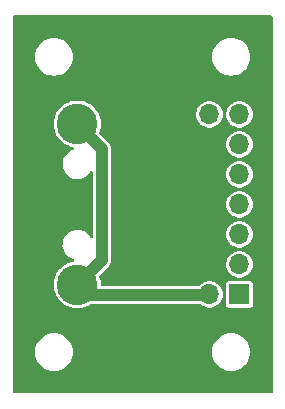
<source format=gbl>
G04 #@! TF.GenerationSoftware,KiCad,Pcbnew,7.0.0-da2b9df05c~163~ubuntu22.04.1*
G04 #@! TF.CreationDate,2023-03-12T19:03:42+00:00*
G04 #@! TF.ProjectId,simpleadapter14f,73696d70-6c65-4616-9461-707465723134,rev?*
G04 #@! TF.SameCoordinates,Original*
G04 #@! TF.FileFunction,Copper,L2,Bot*
G04 #@! TF.FilePolarity,Positive*
%FSLAX46Y46*%
G04 Gerber Fmt 4.6, Leading zero omitted, Abs format (unit mm)*
G04 Created by KiCad (PCBNEW 7.0.0-da2b9df05c~163~ubuntu22.04.1) date 2023-03-12 19:03:42*
%MOMM*%
%LPD*%
G01*
G04 APERTURE LIST*
G04 #@! TA.AperFunction,ComponentPad*
%ADD10C,3.438000*%
G04 #@! TD*
G04 #@! TA.AperFunction,ComponentPad*
%ADD11R,1.700000X1.700000*%
G04 #@! TD*
G04 #@! TA.AperFunction,ComponentPad*
%ADD12O,1.700000X1.700000*%
G04 #@! TD*
G04 #@! TA.AperFunction,ViaPad*
%ADD13C,0.800000*%
G04 #@! TD*
G04 #@! TA.AperFunction,Conductor*
%ADD14C,1.000000*%
G04 #@! TD*
G04 APERTURE END LIST*
D10*
X151970000Y-87800000D03*
X151970000Y-101400000D03*
D11*
X165699999Y-102219999D03*
D12*
X163159999Y-102219999D03*
X165699999Y-99679999D03*
X163159999Y-99679999D03*
X165699999Y-97139999D03*
X163159999Y-97139999D03*
X165699999Y-94599999D03*
X163159999Y-94599999D03*
X165699999Y-92059999D03*
X163159999Y-92059999D03*
X165699999Y-89519999D03*
X163159999Y-89519999D03*
X165699999Y-86979999D03*
X163159999Y-86979999D03*
D13*
X160770000Y-87570000D03*
X160540000Y-98380000D03*
X160510000Y-99680000D03*
X159700000Y-88640000D03*
D14*
X151970000Y-101400000D02*
X152840000Y-102270000D01*
X154060000Y-99310000D02*
X151970000Y-101400000D01*
X151970000Y-87800000D02*
X154060000Y-89890000D01*
X163110000Y-102270000D02*
X163160000Y-102220000D01*
X152840000Y-102270000D02*
X163110000Y-102270000D01*
X154060000Y-89890000D02*
X154060000Y-99310000D01*
G04 #@! TA.AperFunction,Conductor*
G36*
X168437500Y-78617113D02*
G01*
X168482887Y-78662500D01*
X168499500Y-78724500D01*
X168499500Y-110475500D01*
X168482887Y-110537500D01*
X168437500Y-110582887D01*
X168375500Y-110599500D01*
X146624500Y-110599500D01*
X146562500Y-110582887D01*
X146517113Y-110537500D01*
X146500500Y-110475500D01*
X146500500Y-107100000D01*
X148394551Y-107100000D01*
X148414317Y-107351148D01*
X148415452Y-107355877D01*
X148415453Y-107355881D01*
X148471989Y-107591374D01*
X148471991Y-107591382D01*
X148473127Y-107596111D01*
X148569534Y-107828859D01*
X148572081Y-107833016D01*
X148572082Y-107833017D01*
X148698617Y-108039504D01*
X148698622Y-108039511D01*
X148701164Y-108043659D01*
X148704324Y-108047358D01*
X148704327Y-108047363D01*
X148861615Y-108231523D01*
X148864776Y-108235224D01*
X149056341Y-108398836D01*
X149060491Y-108401379D01*
X149060495Y-108401382D01*
X149172300Y-108469896D01*
X149271141Y-108530466D01*
X149503889Y-108626873D01*
X149748852Y-108685683D01*
X149937118Y-108700500D01*
X150060437Y-108700500D01*
X150062882Y-108700500D01*
X150251148Y-108685683D01*
X150496111Y-108626873D01*
X150728859Y-108530466D01*
X150943659Y-108398836D01*
X151135224Y-108235224D01*
X151298836Y-108043659D01*
X151430466Y-107828859D01*
X151526873Y-107596111D01*
X151585683Y-107351148D01*
X151605449Y-107100000D01*
X163394551Y-107100000D01*
X163414317Y-107351148D01*
X163415452Y-107355877D01*
X163415453Y-107355881D01*
X163471989Y-107591374D01*
X163471991Y-107591382D01*
X163473127Y-107596111D01*
X163569534Y-107828859D01*
X163572081Y-107833016D01*
X163572082Y-107833017D01*
X163698617Y-108039504D01*
X163698622Y-108039511D01*
X163701164Y-108043659D01*
X163704324Y-108047358D01*
X163704327Y-108047363D01*
X163861615Y-108231523D01*
X163864776Y-108235224D01*
X164056341Y-108398836D01*
X164060491Y-108401379D01*
X164060495Y-108401382D01*
X164172300Y-108469896D01*
X164271141Y-108530466D01*
X164503889Y-108626873D01*
X164748852Y-108685683D01*
X164937118Y-108700500D01*
X165060437Y-108700500D01*
X165062882Y-108700500D01*
X165251148Y-108685683D01*
X165496111Y-108626873D01*
X165728859Y-108530466D01*
X165943659Y-108398836D01*
X166135224Y-108235224D01*
X166298836Y-108043659D01*
X166430466Y-107828859D01*
X166526873Y-107596111D01*
X166585683Y-107351148D01*
X166605449Y-107100000D01*
X166585683Y-106848852D01*
X166526873Y-106603889D01*
X166430466Y-106371141D01*
X166298836Y-106156341D01*
X166135224Y-105964776D01*
X166131523Y-105961615D01*
X165947363Y-105804327D01*
X165947358Y-105804324D01*
X165943659Y-105801164D01*
X165939511Y-105798622D01*
X165939504Y-105798617D01*
X165733017Y-105672082D01*
X165733016Y-105672081D01*
X165728859Y-105669534D01*
X165496111Y-105573127D01*
X165491382Y-105571991D01*
X165491374Y-105571989D01*
X165255881Y-105515453D01*
X165255877Y-105515452D01*
X165251148Y-105514317D01*
X165246295Y-105513935D01*
X165065316Y-105499691D01*
X165065301Y-105499690D01*
X165062882Y-105499500D01*
X164937118Y-105499500D01*
X164934699Y-105499690D01*
X164934683Y-105499691D01*
X164753704Y-105513935D01*
X164753702Y-105513935D01*
X164748852Y-105514317D01*
X164744124Y-105515451D01*
X164744118Y-105515453D01*
X164508625Y-105571989D01*
X164508613Y-105571992D01*
X164503889Y-105573127D01*
X164499392Y-105574989D01*
X164499388Y-105574991D01*
X164275645Y-105667668D01*
X164275640Y-105667670D01*
X164271141Y-105669534D01*
X164266988Y-105672078D01*
X164266982Y-105672082D01*
X164060495Y-105798617D01*
X164060482Y-105798626D01*
X164056341Y-105801164D01*
X164052646Y-105804319D01*
X164052636Y-105804327D01*
X163868476Y-105961615D01*
X163868469Y-105961621D01*
X163864776Y-105964776D01*
X163861621Y-105968469D01*
X163861615Y-105968476D01*
X163704327Y-106152636D01*
X163704319Y-106152646D01*
X163701164Y-106156341D01*
X163698626Y-106160482D01*
X163698617Y-106160495D01*
X163572082Y-106366982D01*
X163572078Y-106366988D01*
X163569534Y-106371141D01*
X163473127Y-106603889D01*
X163471992Y-106608613D01*
X163471989Y-106608625D01*
X163415453Y-106844118D01*
X163415451Y-106844124D01*
X163414317Y-106848852D01*
X163394551Y-107100000D01*
X151605449Y-107100000D01*
X151585683Y-106848852D01*
X151526873Y-106603889D01*
X151430466Y-106371141D01*
X151298836Y-106156341D01*
X151135224Y-105964776D01*
X151131523Y-105961615D01*
X150947363Y-105804327D01*
X150947358Y-105804324D01*
X150943659Y-105801164D01*
X150939511Y-105798622D01*
X150939504Y-105798617D01*
X150733017Y-105672082D01*
X150733016Y-105672081D01*
X150728859Y-105669534D01*
X150496111Y-105573127D01*
X150491382Y-105571991D01*
X150491374Y-105571989D01*
X150255881Y-105515453D01*
X150255877Y-105515452D01*
X150251148Y-105514317D01*
X150246295Y-105513935D01*
X150065316Y-105499691D01*
X150065301Y-105499690D01*
X150062882Y-105499500D01*
X149937118Y-105499500D01*
X149934699Y-105499690D01*
X149934683Y-105499691D01*
X149753704Y-105513935D01*
X149753702Y-105513935D01*
X149748852Y-105514317D01*
X149744124Y-105515451D01*
X149744118Y-105515453D01*
X149508625Y-105571989D01*
X149508613Y-105571992D01*
X149503889Y-105573127D01*
X149499392Y-105574989D01*
X149499388Y-105574991D01*
X149275645Y-105667668D01*
X149275640Y-105667670D01*
X149271141Y-105669534D01*
X149266988Y-105672078D01*
X149266982Y-105672082D01*
X149060495Y-105798617D01*
X149060482Y-105798626D01*
X149056341Y-105801164D01*
X149052646Y-105804319D01*
X149052636Y-105804327D01*
X148868476Y-105961615D01*
X148868469Y-105961621D01*
X148864776Y-105964776D01*
X148861621Y-105968469D01*
X148861615Y-105968476D01*
X148704327Y-106152636D01*
X148704319Y-106152646D01*
X148701164Y-106156341D01*
X148698626Y-106160482D01*
X148698617Y-106160495D01*
X148572082Y-106366982D01*
X148572078Y-106366988D01*
X148569534Y-106371141D01*
X148473127Y-106603889D01*
X148471992Y-106608613D01*
X148471989Y-106608625D01*
X148415453Y-106844118D01*
X148415451Y-106844124D01*
X148414317Y-106848852D01*
X148394551Y-107100000D01*
X146500500Y-107100000D01*
X146500500Y-101400000D01*
X149975418Y-101400000D01*
X149975734Y-101404418D01*
X149995403Y-101679436D01*
X149995404Y-101679445D01*
X149995720Y-101683859D01*
X149996660Y-101688183D01*
X149996662Y-101688192D01*
X150025120Y-101819009D01*
X150056213Y-101961939D01*
X150057762Y-101966092D01*
X150154116Y-102224430D01*
X150154118Y-102224436D01*
X150155664Y-102228579D01*
X150157786Y-102232465D01*
X150289924Y-102474458D01*
X150289928Y-102474465D01*
X150292051Y-102478352D01*
X150294708Y-102481901D01*
X150459943Y-102702630D01*
X150459948Y-102702636D01*
X150462596Y-102706173D01*
X150663827Y-102907404D01*
X150667364Y-102910052D01*
X150667369Y-102910056D01*
X150752163Y-102973532D01*
X150891648Y-103077949D01*
X151141421Y-103214336D01*
X151408061Y-103313787D01*
X151686141Y-103374280D01*
X151970000Y-103394582D01*
X152253859Y-103374280D01*
X152531939Y-103313787D01*
X152798579Y-103214336D01*
X153048352Y-103077949D01*
X153065339Y-103065232D01*
X153100491Y-103046845D01*
X153139649Y-103040500D01*
X162348794Y-103040500D01*
X162393588Y-103048873D01*
X162432332Y-103072863D01*
X162451727Y-103090544D01*
X162481855Y-103118009D01*
X162658411Y-103227327D01*
X162852047Y-103302342D01*
X163056170Y-103340500D01*
X163258101Y-103340500D01*
X163263830Y-103340500D01*
X163467953Y-103302342D01*
X163661589Y-103227327D01*
X163838145Y-103118009D01*
X163861586Y-103096640D01*
X164579500Y-103096640D01*
X164580688Y-103102615D01*
X164580689Y-103102620D01*
X164584350Y-103121025D01*
X164595195Y-103175544D01*
X164654981Y-103265019D01*
X164744456Y-103324805D01*
X164823360Y-103340500D01*
X166570544Y-103340500D01*
X166576640Y-103340500D01*
X166655544Y-103324805D01*
X166745019Y-103265019D01*
X166804805Y-103175544D01*
X166820500Y-103096640D01*
X166820500Y-101343360D01*
X166804805Y-101264456D01*
X166745019Y-101174981D01*
X166692261Y-101139729D01*
X166665697Y-101121979D01*
X166665696Y-101121978D01*
X166655544Y-101115195D01*
X166643566Y-101112812D01*
X166643565Y-101112812D01*
X166582620Y-101100689D01*
X166582615Y-101100688D01*
X166576640Y-101099500D01*
X164823360Y-101099500D01*
X164817385Y-101100688D01*
X164817379Y-101100689D01*
X164756434Y-101112812D01*
X164756432Y-101112812D01*
X164744456Y-101115195D01*
X164734305Y-101121977D01*
X164734302Y-101121979D01*
X164665134Y-101168196D01*
X164665131Y-101168198D01*
X164654981Y-101174981D01*
X164648198Y-101185131D01*
X164648196Y-101185134D01*
X164601979Y-101254302D01*
X164601977Y-101254305D01*
X164595195Y-101264456D01*
X164592812Y-101276432D01*
X164592812Y-101276434D01*
X164580689Y-101337379D01*
X164580688Y-101337385D01*
X164579500Y-101343360D01*
X164579500Y-103096640D01*
X163861586Y-103096640D01*
X163991607Y-102978110D01*
X164116749Y-102812394D01*
X164209311Y-102626505D01*
X164266140Y-102426773D01*
X164285300Y-102220000D01*
X164266140Y-102013227D01*
X164209311Y-101813495D01*
X164116749Y-101627606D01*
X164113296Y-101623034D01*
X164113294Y-101623030D01*
X164039322Y-101525075D01*
X163991607Y-101461890D01*
X163987371Y-101458029D01*
X163987369Y-101458026D01*
X163842379Y-101325851D01*
X163842380Y-101325851D01*
X163838145Y-101321991D01*
X163833276Y-101318976D01*
X163833273Y-101318974D01*
X163666463Y-101215691D01*
X163666464Y-101215691D01*
X163661589Y-101212673D01*
X163546781Y-101168196D01*
X163473300Y-101139729D01*
X163473295Y-101139727D01*
X163467953Y-101137658D01*
X163384080Y-101121979D01*
X163269459Y-101100552D01*
X163269456Y-101100551D01*
X163263830Y-101099500D01*
X163056170Y-101099500D01*
X163050544Y-101100551D01*
X163050540Y-101100552D01*
X162857684Y-101136604D01*
X162857681Y-101136604D01*
X162852047Y-101137658D01*
X162846707Y-101139726D01*
X162846699Y-101139729D01*
X162663753Y-101210603D01*
X162663748Y-101210605D01*
X162658411Y-101212673D01*
X162653539Y-101215689D01*
X162653536Y-101215691D01*
X162486726Y-101318974D01*
X162486718Y-101318979D01*
X162481855Y-101321991D01*
X162477624Y-101325847D01*
X162477620Y-101325851D01*
X162332632Y-101458025D01*
X162332628Y-101458028D01*
X162330829Y-101459669D01*
X162330821Y-101459675D01*
X162328393Y-101461890D01*
X162328136Y-101461608D01*
X162290160Y-101488934D01*
X162240072Y-101499500D01*
X154087146Y-101499500D01*
X154027719Y-101484332D01*
X153982830Y-101442539D01*
X153963462Y-101384346D01*
X153959278Y-101325851D01*
X153944280Y-101116141D01*
X153883787Y-100838061D01*
X153840406Y-100721753D01*
X153832624Y-100675471D01*
X153842601Y-100629609D01*
X153868905Y-100590744D01*
X154635420Y-99824232D01*
X154635423Y-99824227D01*
X154666213Y-99793438D01*
X154685672Y-99762467D01*
X154693715Y-99751131D01*
X154716529Y-99722525D01*
X154732409Y-99689545D01*
X154737685Y-99680000D01*
X164574700Y-99680000D01*
X164593860Y-99886773D01*
X164595429Y-99892287D01*
X164649119Y-100080990D01*
X164649122Y-100080998D01*
X164650689Y-100086505D01*
X164653241Y-100091630D01*
X164653243Y-100091635D01*
X164740696Y-100267264D01*
X164740698Y-100267268D01*
X164743251Y-100272394D01*
X164746701Y-100276962D01*
X164746705Y-100276969D01*
X164783385Y-100325541D01*
X164868393Y-100438110D01*
X164872627Y-100441970D01*
X164872630Y-100441973D01*
X164962054Y-100523493D01*
X165021855Y-100578009D01*
X165198411Y-100687327D01*
X165392047Y-100762342D01*
X165596170Y-100800500D01*
X165798101Y-100800500D01*
X165803830Y-100800500D01*
X166007953Y-100762342D01*
X166201589Y-100687327D01*
X166378145Y-100578009D01*
X166531607Y-100438110D01*
X166656749Y-100272394D01*
X166749311Y-100086505D01*
X166806140Y-99886773D01*
X166825300Y-99680000D01*
X166806140Y-99473227D01*
X166749311Y-99273495D01*
X166656749Y-99087606D01*
X166653296Y-99083034D01*
X166653294Y-99083030D01*
X166535063Y-98926467D01*
X166531607Y-98921890D01*
X166527371Y-98918029D01*
X166527369Y-98918026D01*
X166382379Y-98785851D01*
X166382380Y-98785851D01*
X166378145Y-98781991D01*
X166373276Y-98778976D01*
X166373273Y-98778974D01*
X166255537Y-98706076D01*
X166201589Y-98672673D01*
X166196246Y-98670603D01*
X166013300Y-98599729D01*
X166013295Y-98599727D01*
X166007953Y-98597658D01*
X165903030Y-98578044D01*
X165809459Y-98560552D01*
X165809456Y-98560551D01*
X165803830Y-98559500D01*
X165596170Y-98559500D01*
X165590544Y-98560551D01*
X165590540Y-98560552D01*
X165397684Y-98596604D01*
X165397681Y-98596604D01*
X165392047Y-98597658D01*
X165386707Y-98599726D01*
X165386699Y-98599729D01*
X165203753Y-98670603D01*
X165203748Y-98670605D01*
X165198411Y-98672673D01*
X165193539Y-98675689D01*
X165193536Y-98675691D01*
X165026726Y-98778974D01*
X165026718Y-98778979D01*
X165021855Y-98781991D01*
X165017624Y-98785847D01*
X165017620Y-98785851D01*
X164872630Y-98918026D01*
X164872622Y-98918034D01*
X164868393Y-98921890D01*
X164864939Y-98926462D01*
X164864936Y-98926467D01*
X164746705Y-99083030D01*
X164746697Y-99083041D01*
X164743251Y-99087606D01*
X164740701Y-99092726D01*
X164740696Y-99092735D01*
X164653243Y-99268364D01*
X164653239Y-99268372D01*
X164650689Y-99273495D01*
X164649123Y-99278998D01*
X164649119Y-99279009D01*
X164602898Y-99441462D01*
X164593860Y-99473227D01*
X164593331Y-99478932D01*
X164593331Y-99478934D01*
X164588175Y-99534575D01*
X164574700Y-99680000D01*
X154737685Y-99680000D01*
X154739118Y-99677408D01*
X154758589Y-99646423D01*
X154770668Y-99611900D01*
X154775991Y-99599049D01*
X154782437Y-99585664D01*
X154791864Y-99566090D01*
X154800007Y-99530411D01*
X154803848Y-99517077D01*
X154815935Y-99482537D01*
X154820030Y-99446178D01*
X154822361Y-99432468D01*
X154828535Y-99405418D01*
X154830499Y-99396815D01*
X154830499Y-99353276D01*
X154830500Y-99353267D01*
X154830500Y-97140000D01*
X164574700Y-97140000D01*
X164593860Y-97346773D01*
X164595429Y-97352287D01*
X164649119Y-97540990D01*
X164649122Y-97540998D01*
X164650689Y-97546505D01*
X164653241Y-97551630D01*
X164653243Y-97551635D01*
X164740696Y-97727264D01*
X164740698Y-97727268D01*
X164743251Y-97732394D01*
X164746701Y-97736962D01*
X164746705Y-97736969D01*
X164813960Y-97826029D01*
X164868393Y-97898110D01*
X164872627Y-97901970D01*
X164872630Y-97901973D01*
X164918370Y-97943670D01*
X165021855Y-98038009D01*
X165198411Y-98147327D01*
X165392047Y-98222342D01*
X165596170Y-98260500D01*
X165798101Y-98260500D01*
X165803830Y-98260500D01*
X166007953Y-98222342D01*
X166201589Y-98147327D01*
X166378145Y-98038009D01*
X166531607Y-97898110D01*
X166656749Y-97732394D01*
X166749311Y-97546505D01*
X166806140Y-97346773D01*
X166825300Y-97140000D01*
X166806140Y-96933227D01*
X166749311Y-96733495D01*
X166656749Y-96547606D01*
X166653296Y-96543034D01*
X166653294Y-96543030D01*
X166535063Y-96386467D01*
X166531607Y-96381890D01*
X166527371Y-96378029D01*
X166527369Y-96378026D01*
X166382379Y-96245851D01*
X166382380Y-96245851D01*
X166378145Y-96241991D01*
X166373276Y-96238976D01*
X166373273Y-96238974D01*
X166206463Y-96135691D01*
X166206464Y-96135691D01*
X166201589Y-96132673D01*
X166196246Y-96130603D01*
X166013300Y-96059729D01*
X166013295Y-96059727D01*
X166007953Y-96057658D01*
X166002315Y-96056604D01*
X165809459Y-96020552D01*
X165809456Y-96020551D01*
X165803830Y-96019500D01*
X165596170Y-96019500D01*
X165590544Y-96020551D01*
X165590540Y-96020552D01*
X165397684Y-96056604D01*
X165397681Y-96056604D01*
X165392047Y-96057658D01*
X165386707Y-96059726D01*
X165386699Y-96059729D01*
X165203753Y-96130603D01*
X165203748Y-96130605D01*
X165198411Y-96132673D01*
X165193539Y-96135689D01*
X165193536Y-96135691D01*
X165026726Y-96238974D01*
X165026718Y-96238979D01*
X165021855Y-96241991D01*
X165017624Y-96245847D01*
X165017620Y-96245851D01*
X164872630Y-96378026D01*
X164872622Y-96378034D01*
X164868393Y-96381890D01*
X164864939Y-96386462D01*
X164864936Y-96386467D01*
X164746705Y-96543030D01*
X164746697Y-96543041D01*
X164743251Y-96547606D01*
X164740701Y-96552726D01*
X164740696Y-96552735D01*
X164653243Y-96728364D01*
X164653239Y-96728372D01*
X164650689Y-96733495D01*
X164649123Y-96738998D01*
X164649119Y-96739009D01*
X164597694Y-96919752D01*
X164593860Y-96933227D01*
X164574700Y-97140000D01*
X154830500Y-97140000D01*
X154830500Y-94600000D01*
X164574700Y-94600000D01*
X164593860Y-94806773D01*
X164595429Y-94812287D01*
X164649119Y-95000990D01*
X164649122Y-95000998D01*
X164650689Y-95006505D01*
X164653241Y-95011630D01*
X164653243Y-95011635D01*
X164740696Y-95187264D01*
X164740698Y-95187268D01*
X164743251Y-95192394D01*
X164746701Y-95196962D01*
X164746705Y-95196969D01*
X164850389Y-95334269D01*
X164868393Y-95358110D01*
X164872627Y-95361970D01*
X164872630Y-95361973D01*
X164962054Y-95443493D01*
X165021855Y-95498009D01*
X165198411Y-95607327D01*
X165392047Y-95682342D01*
X165596170Y-95720500D01*
X165798101Y-95720500D01*
X165803830Y-95720500D01*
X166007953Y-95682342D01*
X166201589Y-95607327D01*
X166378145Y-95498009D01*
X166531607Y-95358110D01*
X166656749Y-95192394D01*
X166749311Y-95006505D01*
X166806140Y-94806773D01*
X166825300Y-94600000D01*
X166806140Y-94393227D01*
X166749311Y-94193495D01*
X166656749Y-94007606D01*
X166653296Y-94003034D01*
X166653294Y-94003030D01*
X166535063Y-93846467D01*
X166531607Y-93841890D01*
X166527371Y-93838029D01*
X166527369Y-93838026D01*
X166382379Y-93705851D01*
X166382380Y-93705851D01*
X166378145Y-93701991D01*
X166373276Y-93698976D01*
X166373273Y-93698974D01*
X166206463Y-93595691D01*
X166206464Y-93595691D01*
X166201589Y-93592673D01*
X166196246Y-93590603D01*
X166013300Y-93519729D01*
X166013295Y-93519727D01*
X166007953Y-93517658D01*
X166002315Y-93516604D01*
X165809459Y-93480552D01*
X165809456Y-93480551D01*
X165803830Y-93479500D01*
X165596170Y-93479500D01*
X165590544Y-93480551D01*
X165590540Y-93480552D01*
X165397684Y-93516604D01*
X165397681Y-93516604D01*
X165392047Y-93517658D01*
X165386707Y-93519726D01*
X165386699Y-93519729D01*
X165203753Y-93590603D01*
X165203748Y-93590605D01*
X165198411Y-93592673D01*
X165193539Y-93595689D01*
X165193536Y-93595691D01*
X165026726Y-93698974D01*
X165026718Y-93698979D01*
X165021855Y-93701991D01*
X165017624Y-93705847D01*
X165017620Y-93705851D01*
X164872630Y-93838026D01*
X164872622Y-93838034D01*
X164868393Y-93841890D01*
X164864939Y-93846462D01*
X164864936Y-93846467D01*
X164746705Y-94003030D01*
X164746697Y-94003041D01*
X164743251Y-94007606D01*
X164740701Y-94012726D01*
X164740696Y-94012735D01*
X164653243Y-94188364D01*
X164653239Y-94188372D01*
X164650689Y-94193495D01*
X164649123Y-94198998D01*
X164649119Y-94199009D01*
X164595429Y-94387712D01*
X164593860Y-94393227D01*
X164574700Y-94600000D01*
X154830500Y-94600000D01*
X154830500Y-92060000D01*
X164574700Y-92060000D01*
X164593860Y-92266773D01*
X164595429Y-92272287D01*
X164649119Y-92460990D01*
X164649122Y-92460998D01*
X164650689Y-92466505D01*
X164653241Y-92471630D01*
X164653243Y-92471635D01*
X164740696Y-92647264D01*
X164740698Y-92647268D01*
X164743251Y-92652394D01*
X164746701Y-92656962D01*
X164746705Y-92656969D01*
X164850389Y-92794269D01*
X164868393Y-92818110D01*
X164872627Y-92821970D01*
X164872630Y-92821973D01*
X164962054Y-92903493D01*
X165021855Y-92958009D01*
X165198411Y-93067327D01*
X165392047Y-93142342D01*
X165596170Y-93180500D01*
X165798101Y-93180500D01*
X165803830Y-93180500D01*
X166007953Y-93142342D01*
X166201589Y-93067327D01*
X166378145Y-92958009D01*
X166531607Y-92818110D01*
X166656749Y-92652394D01*
X166749311Y-92466505D01*
X166806140Y-92266773D01*
X166825300Y-92060000D01*
X166806140Y-91853227D01*
X166749311Y-91653495D01*
X166656749Y-91467606D01*
X166653296Y-91463034D01*
X166653294Y-91463030D01*
X166535063Y-91306467D01*
X166531607Y-91301890D01*
X166527371Y-91298029D01*
X166527369Y-91298026D01*
X166382379Y-91165851D01*
X166382380Y-91165851D01*
X166378145Y-91161991D01*
X166373276Y-91158976D01*
X166373273Y-91158974D01*
X166206463Y-91055691D01*
X166206464Y-91055691D01*
X166201589Y-91052673D01*
X166146840Y-91031463D01*
X166013300Y-90979729D01*
X166013295Y-90979727D01*
X166007953Y-90977658D01*
X166002315Y-90976604D01*
X165809459Y-90940552D01*
X165809456Y-90940551D01*
X165803830Y-90939500D01*
X165596170Y-90939500D01*
X165590544Y-90940551D01*
X165590540Y-90940552D01*
X165397684Y-90976604D01*
X165397681Y-90976604D01*
X165392047Y-90977658D01*
X165386707Y-90979726D01*
X165386699Y-90979729D01*
X165203753Y-91050603D01*
X165203748Y-91050605D01*
X165198411Y-91052673D01*
X165193539Y-91055689D01*
X165193536Y-91055691D01*
X165026726Y-91158974D01*
X165026718Y-91158979D01*
X165021855Y-91161991D01*
X165017624Y-91165847D01*
X165017620Y-91165851D01*
X164872630Y-91298026D01*
X164872622Y-91298034D01*
X164868393Y-91301890D01*
X164864939Y-91306462D01*
X164864936Y-91306467D01*
X164746705Y-91463030D01*
X164746697Y-91463041D01*
X164743251Y-91467606D01*
X164740701Y-91472726D01*
X164740696Y-91472735D01*
X164653243Y-91648364D01*
X164653239Y-91648372D01*
X164650689Y-91653495D01*
X164649123Y-91658998D01*
X164649119Y-91659009D01*
X164595429Y-91847712D01*
X164593860Y-91853227D01*
X164593331Y-91858932D01*
X164593331Y-91858934D01*
X164590297Y-91891681D01*
X164574700Y-92060000D01*
X154830500Y-92060000D01*
X154830500Y-89846733D01*
X154830499Y-89846724D01*
X154830499Y-89803185D01*
X154822359Y-89767525D01*
X154820030Y-89753816D01*
X154816983Y-89726773D01*
X154815935Y-89717463D01*
X154803850Y-89682927D01*
X154800006Y-89669584D01*
X154791864Y-89633910D01*
X154775991Y-89600950D01*
X154770669Y-89588101D01*
X154758589Y-89553577D01*
X154739122Y-89522596D01*
X154737687Y-89520000D01*
X164574700Y-89520000D01*
X164593860Y-89726773D01*
X164595429Y-89732287D01*
X164649119Y-89920990D01*
X164649122Y-89920998D01*
X164650689Y-89926505D01*
X164653241Y-89931630D01*
X164653243Y-89931635D01*
X164740696Y-90107264D01*
X164740698Y-90107268D01*
X164743251Y-90112394D01*
X164746701Y-90116962D01*
X164746705Y-90116969D01*
X164848074Y-90251203D01*
X164868393Y-90278110D01*
X164872627Y-90281970D01*
X164872630Y-90281973D01*
X164962054Y-90363493D01*
X165021855Y-90418009D01*
X165198411Y-90527327D01*
X165392047Y-90602342D01*
X165596170Y-90640500D01*
X165798101Y-90640500D01*
X165803830Y-90640500D01*
X166007953Y-90602342D01*
X166201589Y-90527327D01*
X166378145Y-90418009D01*
X166531607Y-90278110D01*
X166656749Y-90112394D01*
X166749311Y-89926505D01*
X166806140Y-89726773D01*
X166825300Y-89520000D01*
X166806140Y-89313227D01*
X166749311Y-89113495D01*
X166656749Y-88927606D01*
X166653296Y-88923034D01*
X166653294Y-88923030D01*
X166535063Y-88766467D01*
X166531607Y-88761890D01*
X166527371Y-88758029D01*
X166527369Y-88758026D01*
X166389634Y-88632465D01*
X166378145Y-88621991D01*
X166373276Y-88618976D01*
X166373273Y-88618974D01*
X166206463Y-88515691D01*
X166206464Y-88515691D01*
X166201589Y-88512673D01*
X166112710Y-88478241D01*
X166013300Y-88439729D01*
X166013295Y-88439727D01*
X166007953Y-88437658D01*
X166002315Y-88436604D01*
X165809459Y-88400552D01*
X165809456Y-88400551D01*
X165803830Y-88399500D01*
X165596170Y-88399500D01*
X165590544Y-88400551D01*
X165590540Y-88400552D01*
X165397684Y-88436604D01*
X165397681Y-88436604D01*
X165392047Y-88437658D01*
X165386707Y-88439726D01*
X165386699Y-88439729D01*
X165203753Y-88510603D01*
X165203748Y-88510605D01*
X165198411Y-88512673D01*
X165193539Y-88515689D01*
X165193536Y-88515691D01*
X165026726Y-88618974D01*
X165026718Y-88618979D01*
X165021855Y-88621991D01*
X165017624Y-88625847D01*
X165017620Y-88625851D01*
X164872630Y-88758026D01*
X164872622Y-88758034D01*
X164868393Y-88761890D01*
X164864939Y-88766462D01*
X164864936Y-88766467D01*
X164746705Y-88923030D01*
X164746697Y-88923041D01*
X164743251Y-88927606D01*
X164740701Y-88932726D01*
X164740696Y-88932735D01*
X164653243Y-89108364D01*
X164653239Y-89108372D01*
X164650689Y-89113495D01*
X164649123Y-89118998D01*
X164649119Y-89119009D01*
X164596408Y-89304271D01*
X164593860Y-89313227D01*
X164593331Y-89318932D01*
X164593331Y-89318934D01*
X164578060Y-89483744D01*
X164574700Y-89520000D01*
X154737687Y-89520000D01*
X154732404Y-89510442D01*
X154716529Y-89477475D01*
X154693720Y-89448874D01*
X154685673Y-89437532D01*
X154669922Y-89412465D01*
X154666213Y-89406562D01*
X154635423Y-89375772D01*
X154635420Y-89375768D01*
X153868907Y-88609256D01*
X153842601Y-88570388D01*
X153832624Y-88524526D01*
X153840408Y-88478241D01*
X153854773Y-88439729D01*
X153883787Y-88361939D01*
X153944280Y-88083859D01*
X153964582Y-87800000D01*
X153944280Y-87516141D01*
X153883787Y-87238061D01*
X153787536Y-86980000D01*
X162034700Y-86980000D01*
X162053860Y-87186773D01*
X162055429Y-87192287D01*
X162109119Y-87380990D01*
X162109122Y-87380998D01*
X162110689Y-87386505D01*
X162113241Y-87391630D01*
X162113243Y-87391635D01*
X162200696Y-87567264D01*
X162200698Y-87567268D01*
X162203251Y-87572394D01*
X162206701Y-87576962D01*
X162206705Y-87576969D01*
X162310389Y-87714269D01*
X162328393Y-87738110D01*
X162332627Y-87741970D01*
X162332630Y-87741973D01*
X162391437Y-87795582D01*
X162481855Y-87878009D01*
X162658411Y-87987327D01*
X162852047Y-88062342D01*
X163056170Y-88100500D01*
X163258101Y-88100500D01*
X163263830Y-88100500D01*
X163467953Y-88062342D01*
X163661589Y-87987327D01*
X163838145Y-87878009D01*
X163991607Y-87738110D01*
X164116749Y-87572394D01*
X164209311Y-87386505D01*
X164266140Y-87186773D01*
X164285300Y-86980000D01*
X164574700Y-86980000D01*
X164593860Y-87186773D01*
X164595429Y-87192287D01*
X164649119Y-87380990D01*
X164649122Y-87380998D01*
X164650689Y-87386505D01*
X164653241Y-87391630D01*
X164653243Y-87391635D01*
X164740696Y-87567264D01*
X164740698Y-87567268D01*
X164743251Y-87572394D01*
X164746701Y-87576962D01*
X164746705Y-87576969D01*
X164850389Y-87714269D01*
X164868393Y-87738110D01*
X164872627Y-87741970D01*
X164872630Y-87741973D01*
X164931437Y-87795582D01*
X165021855Y-87878009D01*
X165198411Y-87987327D01*
X165392047Y-88062342D01*
X165596170Y-88100500D01*
X165798101Y-88100500D01*
X165803830Y-88100500D01*
X166007953Y-88062342D01*
X166201589Y-87987327D01*
X166378145Y-87878009D01*
X166531607Y-87738110D01*
X166656749Y-87572394D01*
X166749311Y-87386505D01*
X166806140Y-87186773D01*
X166825300Y-86980000D01*
X166806140Y-86773227D01*
X166749311Y-86573495D01*
X166656749Y-86387606D01*
X166653296Y-86383034D01*
X166653294Y-86383030D01*
X166535063Y-86226467D01*
X166531607Y-86221890D01*
X166527371Y-86218029D01*
X166527369Y-86218026D01*
X166382379Y-86085851D01*
X166382380Y-86085851D01*
X166378145Y-86081991D01*
X166373276Y-86078976D01*
X166373273Y-86078974D01*
X166255537Y-86006076D01*
X166201589Y-85972673D01*
X166196246Y-85970603D01*
X166013300Y-85899729D01*
X166013295Y-85899727D01*
X166007953Y-85897658D01*
X166002315Y-85896604D01*
X165809459Y-85860552D01*
X165809456Y-85860551D01*
X165803830Y-85859500D01*
X165596170Y-85859500D01*
X165590544Y-85860551D01*
X165590540Y-85860552D01*
X165397684Y-85896604D01*
X165397681Y-85896604D01*
X165392047Y-85897658D01*
X165386707Y-85899726D01*
X165386699Y-85899729D01*
X165203753Y-85970603D01*
X165203748Y-85970605D01*
X165198411Y-85972673D01*
X165193539Y-85975689D01*
X165193536Y-85975691D01*
X165026726Y-86078974D01*
X165026718Y-86078979D01*
X165021855Y-86081991D01*
X165017624Y-86085847D01*
X165017620Y-86085851D01*
X164872630Y-86218026D01*
X164872622Y-86218034D01*
X164868393Y-86221890D01*
X164864939Y-86226462D01*
X164864936Y-86226467D01*
X164746705Y-86383030D01*
X164746697Y-86383041D01*
X164743251Y-86387606D01*
X164740701Y-86392726D01*
X164740696Y-86392735D01*
X164653243Y-86568364D01*
X164653239Y-86568372D01*
X164650689Y-86573495D01*
X164649123Y-86578998D01*
X164649119Y-86579009D01*
X164607428Y-86725541D01*
X164593860Y-86773227D01*
X164574700Y-86980000D01*
X164285300Y-86980000D01*
X164266140Y-86773227D01*
X164209311Y-86573495D01*
X164116749Y-86387606D01*
X164113296Y-86383034D01*
X164113294Y-86383030D01*
X163995063Y-86226467D01*
X163991607Y-86221890D01*
X163987371Y-86218029D01*
X163987369Y-86218026D01*
X163842379Y-86085851D01*
X163842380Y-86085851D01*
X163838145Y-86081991D01*
X163833276Y-86078976D01*
X163833273Y-86078974D01*
X163715537Y-86006076D01*
X163661589Y-85972673D01*
X163656246Y-85970603D01*
X163473300Y-85899729D01*
X163473295Y-85899727D01*
X163467953Y-85897658D01*
X163462315Y-85896604D01*
X163269459Y-85860552D01*
X163269456Y-85860551D01*
X163263830Y-85859500D01*
X163056170Y-85859500D01*
X163050544Y-85860551D01*
X163050540Y-85860552D01*
X162857684Y-85896604D01*
X162857681Y-85896604D01*
X162852047Y-85897658D01*
X162846707Y-85899726D01*
X162846699Y-85899729D01*
X162663753Y-85970603D01*
X162663748Y-85970605D01*
X162658411Y-85972673D01*
X162653539Y-85975689D01*
X162653536Y-85975691D01*
X162486726Y-86078974D01*
X162486718Y-86078979D01*
X162481855Y-86081991D01*
X162477624Y-86085847D01*
X162477620Y-86085851D01*
X162332630Y-86218026D01*
X162332622Y-86218034D01*
X162328393Y-86221890D01*
X162324939Y-86226462D01*
X162324936Y-86226467D01*
X162206705Y-86383030D01*
X162206697Y-86383041D01*
X162203251Y-86387606D01*
X162200701Y-86392726D01*
X162200696Y-86392735D01*
X162113243Y-86568364D01*
X162113239Y-86568372D01*
X162110689Y-86573495D01*
X162109123Y-86578998D01*
X162109119Y-86579009D01*
X162067428Y-86725541D01*
X162053860Y-86773227D01*
X162034700Y-86980000D01*
X153787536Y-86980000D01*
X153784336Y-86971421D01*
X153647949Y-86721648D01*
X153477404Y-86493827D01*
X153276173Y-86292596D01*
X153272636Y-86289948D01*
X153272630Y-86289943D01*
X153051901Y-86124708D01*
X153048352Y-86122051D01*
X153044465Y-86119928D01*
X153044458Y-86119924D01*
X152802465Y-85987786D01*
X152798579Y-85985664D01*
X152794436Y-85984118D01*
X152794430Y-85984116D01*
X152536092Y-85887762D01*
X152531939Y-85886213D01*
X152515556Y-85882649D01*
X152258192Y-85826662D01*
X152258183Y-85826660D01*
X152253859Y-85825720D01*
X152249445Y-85825404D01*
X152249436Y-85825403D01*
X151974418Y-85805734D01*
X151970000Y-85805418D01*
X151965582Y-85805734D01*
X151690563Y-85825403D01*
X151690552Y-85825404D01*
X151686141Y-85825720D01*
X151681817Y-85826660D01*
X151681807Y-85826662D01*
X151412395Y-85885270D01*
X151412392Y-85885270D01*
X151408061Y-85886213D01*
X151403911Y-85887760D01*
X151403907Y-85887762D01*
X151145569Y-85984116D01*
X151145558Y-85984120D01*
X151141421Y-85985664D01*
X151137539Y-85987783D01*
X151137534Y-85987786D01*
X150895541Y-86119924D01*
X150895528Y-86119932D01*
X150891648Y-86122051D01*
X150888102Y-86124704D01*
X150888098Y-86124708D01*
X150667369Y-86289943D01*
X150667356Y-86289953D01*
X150663827Y-86292596D01*
X150660701Y-86295721D01*
X150660694Y-86295728D01*
X150465728Y-86490694D01*
X150465721Y-86490701D01*
X150462596Y-86493827D01*
X150459953Y-86497356D01*
X150459943Y-86497369D01*
X150294708Y-86718098D01*
X150294704Y-86718102D01*
X150292051Y-86721648D01*
X150289932Y-86725528D01*
X150289924Y-86725541D01*
X150157786Y-86967534D01*
X150155664Y-86971421D01*
X150154120Y-86975558D01*
X150154116Y-86975569D01*
X150057762Y-87233907D01*
X150056213Y-87238061D01*
X150055270Y-87242392D01*
X150055270Y-87242395D01*
X149996662Y-87511807D01*
X149996660Y-87511817D01*
X149995720Y-87516141D01*
X149995404Y-87520552D01*
X149995403Y-87520563D01*
X149991369Y-87576969D01*
X149975418Y-87800000D01*
X149975734Y-87804418D01*
X149995403Y-88079436D01*
X149995404Y-88079445D01*
X149995720Y-88083859D01*
X149996660Y-88088183D01*
X149996662Y-88088192D01*
X150052649Y-88345556D01*
X150056213Y-88361939D01*
X150057761Y-88366089D01*
X150057762Y-88366092D01*
X150154116Y-88624430D01*
X150154118Y-88624436D01*
X150155664Y-88628579D01*
X150157786Y-88632465D01*
X150289924Y-88874458D01*
X150289928Y-88874465D01*
X150292051Y-88878352D01*
X150294708Y-88881901D01*
X150459943Y-89102630D01*
X150459948Y-89102636D01*
X150462596Y-89106173D01*
X150663827Y-89307404D01*
X150667364Y-89310052D01*
X150667369Y-89310056D01*
X150679229Y-89318934D01*
X150891648Y-89477949D01*
X150895538Y-89480073D01*
X150895541Y-89480075D01*
X150951136Y-89510432D01*
X151141421Y-89614336D01*
X151408061Y-89713787D01*
X151592070Y-89753816D01*
X151613772Y-89758537D01*
X151671557Y-89788621D01*
X151706117Y-89843847D01*
X151707911Y-89908970D01*
X151676444Y-89966014D01*
X151620403Y-89999234D01*
X151534201Y-90023024D01*
X151534194Y-90023026D01*
X151528830Y-90024507D01*
X151523812Y-90026923D01*
X151523808Y-90026925D01*
X151331048Y-90119752D01*
X151331039Y-90119757D01*
X151326027Y-90122171D01*
X151321525Y-90125441D01*
X151321518Y-90125446D01*
X151148429Y-90251203D01*
X151148425Y-90251205D01*
X151143922Y-90254478D01*
X151140083Y-90258492D01*
X151140074Y-90258501D01*
X150992218Y-90413147D01*
X150992212Y-90413154D01*
X150988368Y-90417175D01*
X150985299Y-90421823D01*
X150985296Y-90421828D01*
X150867435Y-90600380D01*
X150867431Y-90600386D01*
X150864365Y-90605032D01*
X150862178Y-90610148D01*
X150862173Y-90610158D01*
X150778088Y-90806884D01*
X150778085Y-90806892D01*
X150775897Y-90812012D01*
X150774657Y-90817441D01*
X150774656Y-90817447D01*
X150737617Y-90979729D01*
X150725809Y-91031463D01*
X150725559Y-91037019D01*
X150725558Y-91037030D01*
X150717307Y-91220757D01*
X150715710Y-91256330D01*
X150716455Y-91261833D01*
X150716456Y-91261844D01*
X150721881Y-91301890D01*
X150745925Y-91479387D01*
X150747644Y-91484680D01*
X150747646Y-91484685D01*
X150813761Y-91688167D01*
X150813764Y-91688175D01*
X150815483Y-91693464D01*
X150818121Y-91698366D01*
X150919512Y-91886784D01*
X150919516Y-91886790D01*
X150922148Y-91891681D01*
X150925612Y-91896025D01*
X150925615Y-91896029D01*
X151059022Y-92063315D01*
X151062492Y-92067666D01*
X151232004Y-92215765D01*
X151236783Y-92218620D01*
X151236784Y-92218621D01*
X151330399Y-92274553D01*
X151425236Y-92331215D01*
X151635976Y-92410307D01*
X151857453Y-92450500D01*
X152023378Y-92450500D01*
X152026155Y-92450500D01*
X152194188Y-92435377D01*
X152411170Y-92375493D01*
X152613973Y-92277829D01*
X152796078Y-92145522D01*
X152951632Y-91982825D01*
X153040819Y-91847712D01*
X153062013Y-91815605D01*
X153108710Y-91773685D01*
X153169951Y-91759996D01*
X153230052Y-91778044D01*
X153273621Y-91823206D01*
X153289500Y-91883916D01*
X153289500Y-97321019D01*
X153272514Y-97383661D01*
X153226210Y-97429141D01*
X153163274Y-97444999D01*
X153100947Y-97426891D01*
X153056306Y-97379778D01*
X153020489Y-97313220D01*
X153017852Y-97308319D01*
X152948877Y-97221828D01*
X152880977Y-97136684D01*
X152877508Y-97132334D01*
X152707996Y-96984235D01*
X152703218Y-96981380D01*
X152703215Y-96981378D01*
X152519545Y-96871641D01*
X152519540Y-96871638D01*
X152514764Y-96868785D01*
X152509547Y-96866827D01*
X152309239Y-96791650D01*
X152309236Y-96791649D01*
X152304024Y-96789693D01*
X152298546Y-96788698D01*
X152298543Y-96788698D01*
X152088030Y-96750495D01*
X152088029Y-96750494D01*
X152082547Y-96749500D01*
X151913845Y-96749500D01*
X151911097Y-96749747D01*
X151911081Y-96749748D01*
X151751360Y-96764123D01*
X151751352Y-96764124D01*
X151745812Y-96764623D01*
X151740448Y-96766103D01*
X151740439Y-96766105D01*
X151534201Y-96823024D01*
X151534194Y-96823026D01*
X151528830Y-96824507D01*
X151523812Y-96826923D01*
X151523808Y-96826925D01*
X151331048Y-96919752D01*
X151331039Y-96919757D01*
X151326027Y-96922171D01*
X151321525Y-96925441D01*
X151321518Y-96925446D01*
X151148429Y-97051203D01*
X151148425Y-97051205D01*
X151143922Y-97054478D01*
X151140083Y-97058492D01*
X151140074Y-97058501D01*
X150992218Y-97213147D01*
X150992212Y-97213154D01*
X150988368Y-97217175D01*
X150985299Y-97221823D01*
X150985296Y-97221828D01*
X150867435Y-97400380D01*
X150867431Y-97400386D01*
X150864365Y-97405032D01*
X150862178Y-97410148D01*
X150862173Y-97410158D01*
X150778088Y-97606884D01*
X150778085Y-97606892D01*
X150775897Y-97612012D01*
X150774657Y-97617441D01*
X150774656Y-97617447D01*
X150727049Y-97826029D01*
X150725809Y-97831463D01*
X150725559Y-97837019D01*
X150725558Y-97837030D01*
X150717307Y-98020757D01*
X150715710Y-98056330D01*
X150716455Y-98061833D01*
X150716456Y-98061844D01*
X150745177Y-98273867D01*
X150745925Y-98279387D01*
X150747644Y-98284680D01*
X150747646Y-98284685D01*
X150813761Y-98488167D01*
X150813764Y-98488175D01*
X150815483Y-98493464D01*
X150818121Y-98498366D01*
X150919512Y-98686784D01*
X150919516Y-98686790D01*
X150922148Y-98691681D01*
X150925612Y-98696025D01*
X150925615Y-98696029D01*
X151059022Y-98863315D01*
X151062492Y-98867666D01*
X151232004Y-99015765D01*
X151425236Y-99131215D01*
X151623850Y-99205756D01*
X151675272Y-99242146D01*
X151702176Y-99299109D01*
X151697618Y-99361941D01*
X151662774Y-99414425D01*
X151606638Y-99443014D01*
X151412392Y-99485270D01*
X151412380Y-99485273D01*
X151408061Y-99486213D01*
X151403911Y-99487760D01*
X151403907Y-99487762D01*
X151145569Y-99584116D01*
X151145558Y-99584120D01*
X151141421Y-99585664D01*
X151137539Y-99587783D01*
X151137534Y-99587786D01*
X150895541Y-99719924D01*
X150895528Y-99719932D01*
X150891648Y-99722051D01*
X150888102Y-99724704D01*
X150888098Y-99724708D01*
X150667369Y-99889943D01*
X150667356Y-99889953D01*
X150663827Y-99892596D01*
X150660701Y-99895721D01*
X150660694Y-99895728D01*
X150465728Y-100090694D01*
X150465721Y-100090701D01*
X150462596Y-100093827D01*
X150459953Y-100097356D01*
X150459943Y-100097369D01*
X150294708Y-100318098D01*
X150294704Y-100318102D01*
X150292051Y-100321648D01*
X150289932Y-100325528D01*
X150289924Y-100325541D01*
X150157786Y-100567534D01*
X150155664Y-100571421D01*
X150154120Y-100575558D01*
X150154116Y-100575569D01*
X150070615Y-100799447D01*
X150056213Y-100838061D01*
X150055270Y-100842392D01*
X150055270Y-100842395D01*
X149996662Y-101111807D01*
X149996660Y-101111817D01*
X149995720Y-101116141D01*
X149995404Y-101120552D01*
X149995403Y-101120563D01*
X149981213Y-101318974D01*
X149975418Y-101400000D01*
X146500500Y-101400000D01*
X146500500Y-82100000D01*
X148394551Y-82100000D01*
X148414317Y-82351148D01*
X148415452Y-82355877D01*
X148415453Y-82355881D01*
X148471989Y-82591374D01*
X148471991Y-82591382D01*
X148473127Y-82596111D01*
X148569534Y-82828859D01*
X148572081Y-82833016D01*
X148572082Y-82833017D01*
X148698617Y-83039504D01*
X148698622Y-83039511D01*
X148701164Y-83043659D01*
X148704324Y-83047358D01*
X148704327Y-83047363D01*
X148861615Y-83231523D01*
X148864776Y-83235224D01*
X149056341Y-83398836D01*
X149060491Y-83401379D01*
X149060495Y-83401382D01*
X149172300Y-83469896D01*
X149271141Y-83530466D01*
X149503889Y-83626873D01*
X149748852Y-83685683D01*
X149937118Y-83700500D01*
X150060437Y-83700500D01*
X150062882Y-83700500D01*
X150251148Y-83685683D01*
X150496111Y-83626873D01*
X150728859Y-83530466D01*
X150943659Y-83398836D01*
X151135224Y-83235224D01*
X151298836Y-83043659D01*
X151430466Y-82828859D01*
X151526873Y-82596111D01*
X151585683Y-82351148D01*
X151605449Y-82100000D01*
X163394551Y-82100000D01*
X163414317Y-82351148D01*
X163415452Y-82355877D01*
X163415453Y-82355881D01*
X163471989Y-82591374D01*
X163471991Y-82591382D01*
X163473127Y-82596111D01*
X163569534Y-82828859D01*
X163572081Y-82833016D01*
X163572082Y-82833017D01*
X163698617Y-83039504D01*
X163698622Y-83039511D01*
X163701164Y-83043659D01*
X163704324Y-83047358D01*
X163704327Y-83047363D01*
X163861615Y-83231523D01*
X163864776Y-83235224D01*
X164056341Y-83398836D01*
X164060491Y-83401379D01*
X164060495Y-83401382D01*
X164172300Y-83469896D01*
X164271141Y-83530466D01*
X164503889Y-83626873D01*
X164748852Y-83685683D01*
X164937118Y-83700500D01*
X165060437Y-83700500D01*
X165062882Y-83700500D01*
X165251148Y-83685683D01*
X165496111Y-83626873D01*
X165728859Y-83530466D01*
X165943659Y-83398836D01*
X166135224Y-83235224D01*
X166298836Y-83043659D01*
X166430466Y-82828859D01*
X166526873Y-82596111D01*
X166585683Y-82351148D01*
X166605449Y-82100000D01*
X166585683Y-81848852D01*
X166526873Y-81603889D01*
X166430466Y-81371141D01*
X166298836Y-81156341D01*
X166135224Y-80964776D01*
X166131523Y-80961615D01*
X165947363Y-80804327D01*
X165947358Y-80804324D01*
X165943659Y-80801164D01*
X165939511Y-80798622D01*
X165939504Y-80798617D01*
X165733017Y-80672082D01*
X165733016Y-80672081D01*
X165728859Y-80669534D01*
X165496111Y-80573127D01*
X165491382Y-80571991D01*
X165491374Y-80571989D01*
X165255881Y-80515453D01*
X165255877Y-80515452D01*
X165251148Y-80514317D01*
X165246295Y-80513935D01*
X165065316Y-80499691D01*
X165065301Y-80499690D01*
X165062882Y-80499500D01*
X164937118Y-80499500D01*
X164934699Y-80499690D01*
X164934683Y-80499691D01*
X164753704Y-80513935D01*
X164753702Y-80513935D01*
X164748852Y-80514317D01*
X164744124Y-80515451D01*
X164744118Y-80515453D01*
X164508625Y-80571989D01*
X164508613Y-80571992D01*
X164503889Y-80573127D01*
X164499392Y-80574989D01*
X164499388Y-80574991D01*
X164275645Y-80667668D01*
X164275640Y-80667670D01*
X164271141Y-80669534D01*
X164266988Y-80672078D01*
X164266982Y-80672082D01*
X164060495Y-80798617D01*
X164060482Y-80798626D01*
X164056341Y-80801164D01*
X164052646Y-80804319D01*
X164052636Y-80804327D01*
X163868476Y-80961615D01*
X163868469Y-80961621D01*
X163864776Y-80964776D01*
X163861621Y-80968469D01*
X163861615Y-80968476D01*
X163704327Y-81152636D01*
X163704319Y-81152646D01*
X163701164Y-81156341D01*
X163698626Y-81160482D01*
X163698617Y-81160495D01*
X163572082Y-81366982D01*
X163572078Y-81366988D01*
X163569534Y-81371141D01*
X163473127Y-81603889D01*
X163471992Y-81608613D01*
X163471989Y-81608625D01*
X163415453Y-81844118D01*
X163415451Y-81844124D01*
X163414317Y-81848852D01*
X163394551Y-82100000D01*
X151605449Y-82100000D01*
X151585683Y-81848852D01*
X151526873Y-81603889D01*
X151430466Y-81371141D01*
X151298836Y-81156341D01*
X151135224Y-80964776D01*
X151131523Y-80961615D01*
X150947363Y-80804327D01*
X150947358Y-80804324D01*
X150943659Y-80801164D01*
X150939511Y-80798622D01*
X150939504Y-80798617D01*
X150733017Y-80672082D01*
X150733016Y-80672081D01*
X150728859Y-80669534D01*
X150496111Y-80573127D01*
X150491382Y-80571991D01*
X150491374Y-80571989D01*
X150255881Y-80515453D01*
X150255877Y-80515452D01*
X150251148Y-80514317D01*
X150246295Y-80513935D01*
X150065316Y-80499691D01*
X150065301Y-80499690D01*
X150062882Y-80499500D01*
X149937118Y-80499500D01*
X149934699Y-80499690D01*
X149934683Y-80499691D01*
X149753704Y-80513935D01*
X149753702Y-80513935D01*
X149748852Y-80514317D01*
X149744124Y-80515451D01*
X149744118Y-80515453D01*
X149508625Y-80571989D01*
X149508613Y-80571992D01*
X149503889Y-80573127D01*
X149499392Y-80574989D01*
X149499388Y-80574991D01*
X149275645Y-80667668D01*
X149275640Y-80667670D01*
X149271141Y-80669534D01*
X149266988Y-80672078D01*
X149266982Y-80672082D01*
X149060495Y-80798617D01*
X149060482Y-80798626D01*
X149056341Y-80801164D01*
X149052646Y-80804319D01*
X149052636Y-80804327D01*
X148868476Y-80961615D01*
X148868469Y-80961621D01*
X148864776Y-80964776D01*
X148861621Y-80968469D01*
X148861615Y-80968476D01*
X148704327Y-81152636D01*
X148704319Y-81152646D01*
X148701164Y-81156341D01*
X148698626Y-81160482D01*
X148698617Y-81160495D01*
X148572082Y-81366982D01*
X148572078Y-81366988D01*
X148569534Y-81371141D01*
X148473127Y-81603889D01*
X148471992Y-81608613D01*
X148471989Y-81608625D01*
X148415453Y-81844118D01*
X148415451Y-81844124D01*
X148414317Y-81848852D01*
X148394551Y-82100000D01*
X146500500Y-82100000D01*
X146500500Y-78724500D01*
X146517113Y-78662500D01*
X146562500Y-78617113D01*
X146624500Y-78600500D01*
X168375500Y-78600500D01*
X168437500Y-78617113D01*
G37*
G04 #@! TD.AperFunction*
M02*

</source>
